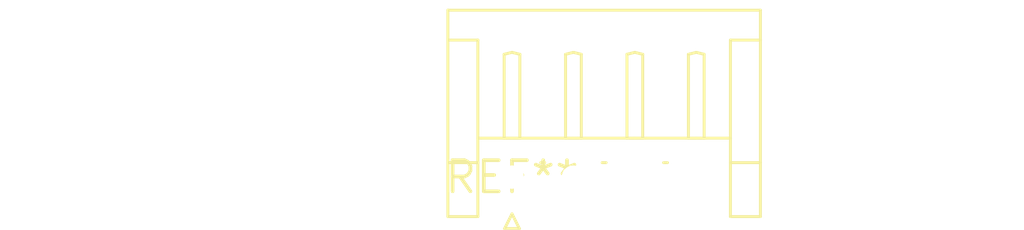
<source format=kicad_pcb>
(kicad_pcb (version 20240108) (generator pcbnew)
  (layers (0 "F.Cu" signal) (31 "B.Cu" signal) (34 "B.Paste" user) (35 "F.Paste" user) (36 "B.SilkS" user "B.Silkscreen") (37 "F.SilkS" user "F.Silkscreen") (38 "B.Mask" user) (39 "F.Mask" user) (44 "Edge.Cuts" user))
  (net 0 "")
  (footprint "JST_EH_S4B-EH_1x04_P2.50mm_Horizontal" (layer "F.Cu") (at 0 0)
    (property "Reference" "REF**")
    (property "Value" "JST_EH_S4B-EH_1x04_P2.50mm_Horizontal")
    (fp_line (start -2.61 -6.81) (end 10.11 -6.81) (layer "F.SilkS") (stroke (width 0.12)))
    (fp_line (start -2.61 -5.59) (end -1.39 -5.59) (layer "F.SilkS") (stroke (width 0.12)))
    (fp_line (start -2.61 1.61) (end -2.61 -6.81) (layer "F.SilkS") (stroke (width 0.12)))
    (fp_line (start -1.39 -5.59) (end -1.39 -0.59) (layer "F.SilkS") (stroke (width 0.12)))
    (fp_line (start -1.39 -1.59) (end 8.89 -1.59) (layer "F.SilkS") (stroke (width 0.12)))
    (fp_line (start -1.39 -0.59) (end -2.61 -0.59) (layer "F.SilkS") (stroke (width 0.12)))
    (fp_line (start -1.39 -0.59) (end -1.39 1.61) (layer "F.SilkS") (stroke (width 0.12)))
    (fp_line (start -1.39 1.61) (end -2.61 1.61) (layer "F.SilkS") (stroke (width 0.12)))
    (fp_line (start -0.32 -5.01) (end 0 -5.09) (layer "F.SilkS") (stroke (width 0.12)))
    (fp_line (start -0.32 -1.59) (end -0.32 -5.01) (layer "F.SilkS") (stroke (width 0.12)))
    (fp_line (start -0.3 2.1) (end 0.3 2.1) (layer "F.SilkS") (stroke (width 0.12)))
    (fp_line (start 0 -5.09) (end 0.32 -5.01) (layer "F.SilkS") (stroke (width 0.12)))
    (fp_line (start 0 -1.59) (end -0.32 -1.59) (layer "F.SilkS") (stroke (width 0.12)))
    (fp_line (start 0 1.5) (end -0.3 2.1) (layer "F.SilkS") (stroke (width 0.12)))
    (fp_line (start 0.3 2.1) (end 0 1.5) (layer "F.SilkS") (stroke (width 0.12)))
    (fp_line (start 0.32 -5.01) (end 0.32 -1.59) (layer "F.SilkS") (stroke (width 0.12)))
    (fp_line (start 0.32 -1.59) (end 0 -1.59) (layer "F.SilkS") (stroke (width 0.12)))
    (fp_line (start 1.17 -0.59) (end 1.33 -0.59) (layer "F.SilkS") (stroke (width 0.12)))
    (fp_line (start 2.18 -5.01) (end 2.5 -5.09) (layer "F.SilkS") (stroke (width 0.12)))
    (fp_line (start 2.18 -1.59) (end 2.18 -5.01) (layer "F.SilkS") (stroke (width 0.12)))
    (fp_line (start 2.5 -5.09) (end 2.82 -5.01) (layer "F.SilkS") (stroke (width 0.12)))
    (fp_line (start 2.5 -1.59) (end 2.18 -1.59) (layer "F.SilkS") (stroke (width 0.12)))
    (fp_line (start 2.82 -5.01) (end 2.82 -1.59) (layer "F.SilkS") (stroke (width 0.12)))
    (fp_line (start 2.82 -1.59) (end 2.5 -1.59) (layer "F.SilkS") (stroke (width 0.12)))
    (fp_line (start 3.67 -0.59) (end 3.83 -0.59) (layer "F.SilkS") (stroke (width 0.12)))
    (fp_line (start 4.68 -5.01) (end 5 -5.09) (layer "F.SilkS") (stroke (width 0.12)))
    (fp_line (start 4.68 -1.59) (end 4.68 -5.01) (layer "F.SilkS") (stroke (width 0.12)))
    (fp_line (start 5 -5.09) (end 5.32 -5.01) (layer "F.SilkS") (stroke (width 0.12)))
    (fp_line (start 5 -1.59) (end 4.68 -1.59) (layer "F.SilkS") (stroke (width 0.12)))
    (fp_line (start 5.32 -5.01) (end 5.32 -1.59) (layer "F.SilkS") (stroke (width 0.12)))
    (fp_line (start 5.32 -1.59) (end 5 -1.59) (layer "F.SilkS") (stroke (width 0.12)))
    (fp_line (start 6.17 -0.59) (end 6.33 -0.59) (layer "F.SilkS") (stroke (width 0.12)))
    (fp_line (start 7.18 -5.01) (end 7.5 -5.09) (layer "F.SilkS") (stroke (width 0.12)))
    (fp_line (start 7.18 -1.59) (end 7.18 -5.01) (layer "F.SilkS") (stroke (width 0.12)))
    (fp_line (start 7.5 -5.09) (end 7.82 -5.01) (layer "F.SilkS") (stroke (width 0.12)))
    (fp_line (start 7.5 -1.59) (end 7.18 -1.59) (layer "F.SilkS") (stroke (width 0.12)))
    (fp_line (start 7.82 -5.01) (end 7.82 -1.59) (layer "F.SilkS") (stroke (width 0.12)))
    (fp_line (start 7.82 -1.59) (end 7.5 -1.59) (layer "F.SilkS") (stroke (width 0.12)))
    (fp_line (start 8.89 -5.59) (end 8.89 -0.59) (layer "F.SilkS") (stroke (width 0.12)))
    (fp_line (start 8.89 -0.59) (end 10.11 -0.59) (layer "F.SilkS") (stroke (width 0.12)))
    (fp_line (start 8.89 1.61) (end 8.89 -0.59) (layer "F.SilkS") (stroke (width 0.12)))
    (fp_line (start 10.11 -6.81) (end 10.11 1.61) (layer "F.SilkS") (stroke (width 0.12)))
    (fp_line (start 10.11 -5.59) (end 8.89 -5.59) (layer "F.SilkS") (stroke (width 0.12)))
    (fp_line (start 10.11 1.61) (end 8.89 1.61) (layer "F.SilkS") (stroke (width 0.12)))
    (pad "1" thru_hole roundrect (at 0 0) (size 1.7 1.95) (drill 0.95) (layers *.Cu *.Mask) (remove_unused_layers) (roundrect_rratio 0.147059))
    (pad "2" thru_hole oval (at 2.5 0) (size 1.7 1.95) (drill 0.95) (layers *.Cu *.Mask) (remove_unused_layers))
    (pad "3" thru_hole oval (at 5 0) (size 1.7 1.95) (drill 0.95) (layers *.Cu *.Mask) (remove_unused_layers))
    (pad "4" thru_hole oval (at 7.5 0) (size 1.7 1.95) (drill 0.95) (layers *.Cu *.Mask) (remove_unused_layers))
  )
)
</source>
